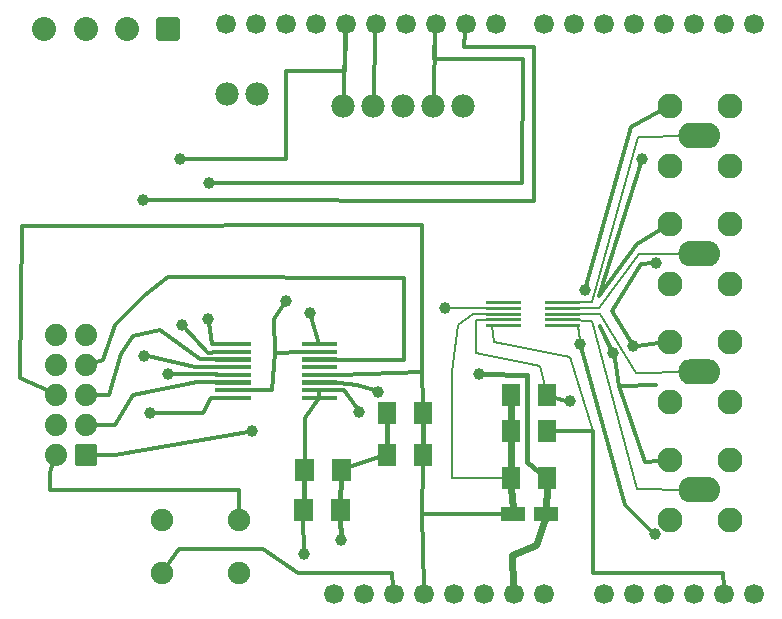
<source format=gtl>
G04 MADE WITH FRITZING*
G04 WWW.FRITZING.ORG*
G04 DOUBLE SIDED*
G04 HOLES PLATED*
G04 CONTOUR ON CENTER OF CONTOUR VECTOR*
%ASAXBY*%
%FSLAX23Y23*%
%MOIN*%
%OFA0B0*%
%SFA1.0B1.0*%
%ADD10C,0.078000*%
%ADD11C,0.039370*%
%ADD12C,0.075000*%
%ADD13C,0.082677*%
%ADD14C,0.083071*%
%ADD15C,0.074000*%
%ADD16C,0.066194*%
%ADD17C,0.066222*%
%ADD18C,0.080000*%
%ADD19R,0.062992X0.074803*%
%ADD20R,0.078740X0.047244*%
%ADD21C,0.012000*%
%ADD22C,0.008000*%
%ADD23C,0.024000*%
%ADD24C,0.016000*%
%ADD25C,0.017000*%
%ADD26C,0.020000*%
%ADD27R,0.001000X0.001000*%
%LNCOPPER1*%
G90*
G70*
G54D10*
X748Y1778D03*
X848Y1778D03*
G54D11*
X1925Y947D03*
X2033Y917D03*
X2100Y939D03*
X1940Y1125D03*
X2132Y1563D03*
X2179Y1215D03*
X2173Y311D03*
X1474Y1067D03*
X1587Y846D03*
X1890Y754D03*
X1126Y293D03*
X1004Y244D03*
X551Y846D03*
X1189Y720D03*
X1024Y1049D03*
X1250Y787D03*
X831Y656D03*
X945Y1089D03*
X492Y715D03*
X471Y907D03*
X467Y1425D03*
X596Y1008D03*
X591Y1561D03*
X684Y1028D03*
X689Y1482D03*
G54D10*
X1535Y1738D03*
X1435Y1738D03*
X1335Y1738D03*
X1235Y1738D03*
X1135Y1738D03*
G54D12*
X787Y183D03*
X532Y183D03*
X787Y360D03*
X532Y360D03*
G54D13*
X2223Y558D03*
G54D14*
X2322Y459D03*
X2223Y359D03*
X2223Y559D03*
X2423Y359D03*
X2423Y559D03*
G54D13*
X2223Y558D03*
G54D14*
X2322Y459D03*
X2223Y359D03*
X2223Y559D03*
X2423Y359D03*
X2423Y559D03*
G54D13*
X2223Y952D03*
G54D14*
X2322Y853D03*
X2223Y752D03*
X2223Y952D03*
X2423Y752D03*
X2423Y952D03*
G54D13*
X2223Y952D03*
G54D14*
X2322Y853D03*
X2223Y752D03*
X2223Y952D03*
X2423Y752D03*
X2423Y952D03*
G54D13*
X2223Y1740D03*
G54D14*
X2322Y1641D03*
X2223Y1540D03*
X2223Y1740D03*
X2423Y1540D03*
X2423Y1740D03*
G54D13*
X2223Y1740D03*
G54D14*
X2322Y1641D03*
X2223Y1540D03*
X2223Y1740D03*
X2423Y1540D03*
X2423Y1740D03*
G54D15*
X176Y577D03*
X176Y677D03*
X176Y777D03*
X176Y877D03*
X176Y977D03*
X276Y577D03*
X276Y677D03*
X276Y777D03*
X276Y877D03*
X276Y977D03*
G54D16*
X2103Y111D03*
X2203Y111D03*
X2303Y111D03*
X2403Y111D03*
X2503Y111D03*
G54D17*
X1643Y2011D03*
X1543Y2011D03*
X1443Y2011D03*
X1343Y2011D03*
X1243Y2011D03*
X1143Y2011D03*
X1043Y2011D03*
X943Y2011D03*
X843Y2011D03*
X743Y2011D03*
X2503Y2011D03*
X2403Y2011D03*
X2303Y2011D03*
X2203Y2011D03*
X2103Y2011D03*
X2003Y2011D03*
X1903Y2011D03*
X1803Y2011D03*
G54D16*
X1203Y111D03*
X1103Y111D03*
X1303Y111D03*
X1403Y111D03*
X1503Y111D03*
X1603Y111D03*
X1703Y111D03*
X1803Y111D03*
X2003Y111D03*
G54D13*
X2223Y1346D03*
G54D14*
X2322Y1247D03*
X2223Y1146D03*
X2223Y1346D03*
X2423Y1146D03*
X2423Y1346D03*
G54D13*
X2223Y1346D03*
G54D14*
X2322Y1247D03*
X2223Y1146D03*
X2223Y1346D03*
X2423Y1146D03*
X2423Y1346D03*
G54D18*
X551Y1994D03*
X413Y1994D03*
X276Y1994D03*
X138Y1994D03*
G54D19*
X1280Y715D03*
X1402Y715D03*
X1280Y577D03*
X1402Y577D03*
X1693Y498D03*
X1815Y498D03*
G54D20*
X1701Y380D03*
X1811Y380D03*
G54D19*
X1693Y774D03*
X1815Y774D03*
X1693Y656D03*
X1815Y656D03*
G54D21*
X1442Y1986D02*
X1436Y1763D01*
D02*
X1236Y1763D02*
X1242Y1986D01*
D02*
X1142Y1986D02*
X1136Y1763D01*
G54D22*
D02*
X1964Y1085D02*
X1920Y1085D01*
D02*
X1964Y1023D02*
X1890Y1025D01*
D02*
X1992Y1046D02*
X1920Y1045D01*
D02*
X2117Y1636D02*
X1964Y1085D01*
D02*
X2112Y850D02*
X1992Y1046D01*
D02*
X2285Y853D02*
X2112Y850D01*
D02*
X2285Y460D02*
X2115Y461D01*
D02*
X2115Y461D02*
X1964Y1023D01*
G54D21*
D02*
X2186Y948D02*
X2114Y940D01*
G54D22*
D02*
X1989Y1067D02*
X1904Y1066D01*
D02*
X2285Y1247D02*
X2120Y1246D01*
D02*
X2120Y1246D02*
X1989Y1067D01*
D02*
X2285Y1640D02*
X2117Y1636D01*
D02*
X1919Y1006D02*
X1866Y1006D01*
G54D21*
D02*
X2114Y1279D02*
X2192Y1327D01*
D02*
X1988Y1106D02*
X2114Y1279D01*
D02*
X2128Y1550D02*
X1988Y1106D01*
D02*
X2093Y1670D02*
X1943Y1138D01*
D02*
X2191Y1722D02*
X2093Y1670D01*
G54D22*
D02*
X1924Y960D02*
X1919Y1006D01*
G54D21*
D02*
X2127Y1211D02*
X2031Y1057D01*
D02*
X2031Y1057D02*
X2094Y951D01*
D02*
X2166Y1214D02*
X2127Y1211D01*
D02*
X2042Y896D02*
X1990Y1006D01*
D02*
X2053Y807D02*
X2179Y810D01*
D02*
X2053Y805D02*
X2042Y896D01*
D02*
X2179Y810D02*
X2053Y805D01*
D02*
X1990Y1006D02*
X2027Y929D01*
D02*
X2142Y552D02*
X2053Y807D01*
D02*
X2186Y555D02*
X2142Y552D01*
G54D23*
D02*
X1700Y398D02*
X1695Y466D01*
G54D21*
D02*
X1403Y136D02*
X1398Y380D01*
D02*
X1398Y380D02*
X1667Y380D01*
D02*
X2074Y408D02*
X1929Y934D01*
D02*
X2164Y320D02*
X2074Y408D01*
G54D23*
D02*
X1812Y398D02*
X1814Y466D01*
D02*
X1779Y277D02*
X1698Y243D01*
D02*
X1698Y243D02*
X1702Y141D01*
D02*
X1806Y362D02*
X1779Y277D01*
G54D22*
D02*
X1968Y655D02*
X1952Y651D01*
G54D21*
D02*
X1968Y655D02*
X1969Y656D01*
G54D22*
D02*
X1516Y1010D02*
X1496Y852D01*
G54D21*
D02*
X1969Y656D02*
X1969Y183D01*
D02*
X2402Y183D02*
X2403Y136D01*
D02*
X1969Y183D02*
X2402Y183D01*
D02*
X1841Y655D02*
X1968Y655D01*
G54D22*
D02*
X1952Y651D02*
X1841Y655D01*
D02*
X1638Y952D02*
X1890Y903D01*
D02*
X1632Y1006D02*
X1638Y952D01*
D02*
X1579Y914D02*
X1792Y872D01*
D02*
X1669Y1006D02*
X1632Y1006D01*
D02*
X1890Y903D02*
X1968Y655D01*
D02*
X1579Y1026D02*
X1579Y914D01*
D02*
X1496Y498D02*
X1667Y498D01*
D02*
X1496Y852D02*
X1496Y498D01*
D02*
X1566Y1047D02*
X1516Y1010D01*
D02*
X1636Y1046D02*
X1566Y1047D01*
G54D23*
D02*
X1693Y624D02*
X1693Y530D01*
D02*
X1693Y687D02*
X1693Y742D01*
G54D22*
D02*
X1583Y1067D02*
X1488Y1067D01*
G54D24*
D02*
X1747Y842D02*
X1749Y553D01*
D02*
X1600Y846D02*
X1747Y842D01*
G54D22*
D02*
X1616Y1026D02*
X1579Y1026D01*
D02*
X1792Y872D02*
X1808Y805D01*
D02*
X1642Y1066D02*
X1583Y1067D01*
G54D24*
D02*
X1749Y553D02*
X1789Y520D01*
G54D21*
D02*
X1009Y700D02*
X1007Y557D01*
D02*
X1054Y764D02*
X1009Y700D01*
G54D24*
D02*
X1003Y424D02*
X1005Y494D01*
D02*
X1125Y424D02*
X1127Y494D01*
G54D21*
D02*
X1004Y258D02*
X1002Y360D01*
G54D24*
D02*
X1126Y307D02*
X1125Y360D01*
G54D21*
D02*
X1841Y767D02*
X1877Y757D01*
G54D24*
D02*
X1280Y609D02*
X1280Y683D01*
D02*
X1402Y609D02*
X1402Y683D01*
G54D21*
D02*
X1139Y791D02*
X1181Y731D01*
D02*
X565Y846D02*
X714Y844D01*
D02*
X1109Y791D02*
X1139Y791D01*
D02*
X1055Y790D02*
X1055Y767D01*
D02*
X1130Y892D02*
X1109Y892D01*
D02*
X1339Y1167D02*
X1339Y892D01*
D02*
X1339Y892D02*
X1130Y892D01*
D02*
X375Y1009D02*
X473Y1108D01*
D02*
X335Y892D02*
X375Y1009D01*
D02*
X473Y1108D02*
X551Y1168D01*
D02*
X300Y883D02*
X335Y892D01*
D02*
X551Y1168D02*
X1339Y1167D01*
D02*
X657Y896D02*
X714Y895D01*
D02*
X433Y971D02*
X524Y992D01*
D02*
X354Y774D02*
X394Y911D01*
D02*
X394Y911D02*
X433Y971D01*
D02*
X301Y776D02*
X354Y774D01*
D02*
X524Y992D02*
X657Y896D01*
D02*
X1398Y852D02*
X1401Y746D01*
D02*
X1398Y380D02*
X1401Y545D01*
D02*
X906Y916D02*
X1002Y918D01*
D02*
X898Y793D02*
X906Y916D01*
D02*
X821Y792D02*
X898Y793D01*
D02*
X1028Y1036D02*
X1055Y946D01*
D02*
X1122Y843D02*
X1398Y852D01*
D02*
X1122Y817D02*
X1109Y817D01*
D02*
X1398Y853D02*
X1401Y746D01*
D02*
X904Y1030D02*
X937Y1078D01*
D02*
X906Y916D02*
X904Y1030D01*
D02*
X1254Y568D02*
X1154Y534D01*
D02*
X375Y577D02*
X818Y653D01*
D02*
X1182Y810D02*
X1122Y817D01*
D02*
X301Y577D02*
X375Y577D01*
D02*
X1237Y792D02*
X1182Y810D01*
D02*
X59Y833D02*
X64Y1339D01*
D02*
X64Y1339D02*
X1399Y1343D01*
D02*
X1399Y1343D02*
X1398Y853D01*
D02*
X153Y788D02*
X59Y833D01*
D02*
X1109Y843D02*
X1122Y843D01*
D02*
X693Y766D02*
X714Y766D01*
D02*
X669Y714D02*
X693Y766D01*
D02*
X1142Y1856D02*
X945Y1856D01*
D02*
X945Y1856D02*
X945Y1561D01*
D02*
X1772Y1934D02*
X1772Y1423D01*
D02*
X1536Y1934D02*
X1772Y1934D01*
D02*
X945Y1561D02*
X604Y1561D01*
D02*
X698Y945D02*
X714Y945D01*
D02*
X683Y917D02*
X714Y918D01*
D02*
X1143Y1986D02*
X1142Y1856D01*
D02*
X606Y998D02*
X683Y917D01*
D02*
X1772Y1423D02*
X480Y1425D01*
D02*
X640Y870D02*
X714Y869D01*
D02*
X1541Y1986D02*
X1536Y1934D01*
D02*
X484Y904D02*
X640Y870D01*
D02*
X647Y819D02*
X714Y818D01*
D02*
X375Y676D02*
X433Y774D01*
D02*
X301Y677D02*
X375Y676D01*
D02*
X433Y774D02*
X647Y819D01*
D02*
X506Y715D02*
X669Y714D01*
D02*
X983Y182D02*
X868Y262D01*
D02*
X868Y262D02*
X589Y262D01*
D02*
X1299Y183D02*
X983Y182D01*
D02*
X589Y262D02*
X545Y202D01*
D02*
X1302Y136D02*
X1299Y183D01*
D02*
X157Y517D02*
X158Y458D01*
D02*
X158Y458D02*
X788Y458D01*
D02*
X788Y458D02*
X788Y383D01*
D02*
X168Y552D02*
X157Y517D01*
D02*
X1733Y1895D02*
X1732Y1482D01*
D02*
X1437Y1895D02*
X1733Y1895D01*
D02*
X1732Y1482D02*
X702Y1482D01*
D02*
X687Y1014D02*
X698Y945D01*
D02*
X1442Y1986D02*
X1437Y1895D01*
G54D25*
X247Y548D02*
X247Y605D01*
X304Y605D01*
X304Y548D01*
X247Y548D01*
D02*
G36*
X1807Y1011D02*
X1925Y1011D01*
X1925Y1001D01*
X1807Y1001D01*
X1807Y1011D01*
G37*
D02*
G36*
X1807Y1031D02*
X1925Y1031D01*
X1925Y1021D01*
X1807Y1021D01*
X1807Y1031D01*
G37*
D02*
G36*
X1807Y1050D02*
X1925Y1050D01*
X1925Y1040D01*
X1807Y1040D01*
X1807Y1050D01*
G37*
D02*
G36*
X1807Y1070D02*
X1925Y1070D01*
X1925Y1060D01*
X1807Y1060D01*
X1807Y1070D01*
G37*
D02*
G36*
X1807Y1090D02*
X1925Y1090D01*
X1925Y1080D01*
X1807Y1080D01*
X1807Y1090D01*
G37*
D02*
G36*
X1610Y1090D02*
X1728Y1090D01*
X1728Y1080D01*
X1610Y1080D01*
X1610Y1090D01*
G37*
D02*
G36*
X1610Y1070D02*
X1728Y1070D01*
X1728Y1060D01*
X1610Y1060D01*
X1610Y1070D01*
G37*
D02*
G36*
X1610Y1050D02*
X1728Y1050D01*
X1728Y1040D01*
X1610Y1040D01*
X1610Y1050D01*
G37*
D02*
G36*
X1610Y1031D02*
X1728Y1031D01*
X1728Y1021D01*
X1610Y1021D01*
X1610Y1031D01*
G37*
D02*
G36*
X1610Y1011D02*
X1728Y1011D01*
X1728Y1001D01*
X1610Y1001D01*
X1610Y1011D01*
G37*
D02*
G36*
X996Y773D02*
X1114Y773D01*
X1114Y759D01*
X996Y759D01*
X996Y773D01*
G37*
D02*
G36*
X996Y798D02*
X1114Y798D01*
X1114Y784D01*
X996Y784D01*
X996Y798D01*
G37*
D02*
G36*
X996Y824D02*
X1114Y824D01*
X1114Y810D01*
X996Y810D01*
X996Y824D01*
G37*
D02*
G36*
X996Y849D02*
X1114Y849D01*
X1114Y836D01*
X996Y836D01*
X996Y849D01*
G37*
D02*
G36*
X996Y875D02*
X1114Y875D01*
X1114Y861D01*
X996Y861D01*
X996Y875D01*
G37*
D02*
G36*
X996Y901D02*
X1114Y901D01*
X1114Y887D01*
X996Y887D01*
X996Y901D01*
G37*
D02*
G36*
X996Y926D02*
X1114Y926D01*
X1114Y912D01*
X996Y912D01*
X996Y926D01*
G37*
D02*
G36*
X996Y952D02*
X1114Y952D01*
X1114Y938D01*
X996Y938D01*
X996Y952D01*
G37*
D02*
G36*
X709Y952D02*
X827Y952D01*
X827Y938D01*
X709Y938D01*
X709Y952D01*
G37*
D02*
G36*
X709Y926D02*
X827Y926D01*
X827Y912D01*
X709Y912D01*
X709Y926D01*
G37*
D02*
G36*
X709Y901D02*
X827Y901D01*
X827Y887D01*
X709Y887D01*
X709Y901D01*
G37*
D02*
G36*
X709Y875D02*
X827Y875D01*
X827Y861D01*
X709Y861D01*
X709Y875D01*
G37*
D02*
G36*
X709Y849D02*
X827Y849D01*
X827Y836D01*
X709Y836D01*
X709Y849D01*
G37*
D02*
G36*
X709Y824D02*
X827Y824D01*
X827Y810D01*
X709Y810D01*
X709Y824D01*
G37*
D02*
G36*
X709Y798D02*
X827Y798D01*
X827Y784D01*
X709Y784D01*
X709Y798D01*
G37*
D02*
G36*
X709Y773D02*
X827Y773D01*
X827Y759D01*
X709Y759D01*
X709Y773D01*
G37*
D02*
G36*
X1093Y354D02*
X1093Y429D01*
X1156Y429D01*
X1156Y354D01*
X1093Y354D01*
G37*
D02*
G36*
X971Y354D02*
X971Y429D01*
X1034Y429D01*
X1034Y354D01*
X971Y354D01*
G37*
D02*
G36*
X1097Y488D02*
X1097Y563D01*
X1160Y563D01*
X1160Y488D01*
X1097Y488D01*
G37*
D02*
G36*
X974Y488D02*
X974Y563D01*
X1037Y563D01*
X1037Y488D01*
X974Y488D01*
G37*
D02*
G54D26*
X581Y1964D02*
X521Y1964D01*
X521Y2024D01*
X581Y2024D01*
X581Y1964D01*
D02*
G54D27*
X2284Y1681D02*
X2359Y1681D01*
X2279Y1680D02*
X2364Y1680D01*
X2277Y1679D02*
X2367Y1679D01*
X2274Y1678D02*
X2369Y1678D01*
X2273Y1677D02*
X2371Y1677D01*
X2271Y1676D02*
X2372Y1676D01*
X2270Y1675D02*
X2374Y1675D01*
X2268Y1674D02*
X2375Y1674D01*
X2267Y1673D02*
X2376Y1673D01*
X2266Y1672D02*
X2377Y1672D01*
X2265Y1671D02*
X2378Y1671D01*
X2264Y1670D02*
X2379Y1670D01*
X2263Y1669D02*
X2380Y1669D01*
X2262Y1668D02*
X2381Y1668D01*
X2262Y1667D02*
X2382Y1667D01*
X2261Y1666D02*
X2382Y1666D01*
X2260Y1665D02*
X2319Y1665D01*
X2325Y1665D02*
X2383Y1665D01*
X2260Y1664D02*
X2315Y1664D01*
X2328Y1664D02*
X2384Y1664D01*
X2259Y1663D02*
X2313Y1663D01*
X2331Y1663D02*
X2384Y1663D01*
X2259Y1662D02*
X2311Y1662D01*
X2332Y1662D02*
X2385Y1662D01*
X2258Y1661D02*
X2310Y1661D01*
X2334Y1661D02*
X2385Y1661D01*
X2258Y1660D02*
X2308Y1660D01*
X2335Y1660D02*
X2386Y1660D01*
X2257Y1659D02*
X2307Y1659D01*
X2336Y1659D02*
X2386Y1659D01*
X2257Y1658D02*
X2306Y1658D01*
X2337Y1658D02*
X2386Y1658D01*
X2256Y1657D02*
X2306Y1657D01*
X2338Y1657D02*
X2387Y1657D01*
X2256Y1656D02*
X2305Y1656D01*
X2338Y1656D02*
X2387Y1656D01*
X2256Y1655D02*
X2304Y1655D01*
X2339Y1655D02*
X2388Y1655D01*
X2255Y1654D02*
X2304Y1654D01*
X2340Y1654D02*
X2388Y1654D01*
X2255Y1653D02*
X2303Y1653D01*
X2340Y1653D02*
X2388Y1653D01*
X2255Y1652D02*
X2303Y1652D01*
X2340Y1652D02*
X2388Y1652D01*
X2255Y1651D02*
X2302Y1651D01*
X2341Y1651D02*
X2389Y1651D01*
X2254Y1650D02*
X2302Y1650D01*
X2341Y1650D02*
X2389Y1650D01*
X2254Y1649D02*
X2302Y1649D01*
X2342Y1649D02*
X2389Y1649D01*
X2254Y1648D02*
X2301Y1648D01*
X2342Y1648D02*
X2389Y1648D01*
X2254Y1647D02*
X2301Y1647D01*
X2342Y1647D02*
X2389Y1647D01*
X2254Y1646D02*
X2301Y1646D01*
X2342Y1646D02*
X2390Y1646D01*
X2254Y1645D02*
X2300Y1645D01*
X2343Y1645D02*
X2390Y1645D01*
X2253Y1644D02*
X2300Y1644D01*
X2343Y1644D02*
X2390Y1644D01*
X2253Y1643D02*
X2300Y1643D01*
X2343Y1643D02*
X2390Y1643D01*
X2253Y1642D02*
X2300Y1642D01*
X2343Y1642D02*
X2390Y1642D01*
X2253Y1641D02*
X2300Y1641D01*
X2343Y1641D02*
X2390Y1641D01*
X2253Y1640D02*
X2300Y1640D01*
X2343Y1640D02*
X2390Y1640D01*
X2253Y1639D02*
X2300Y1639D01*
X2343Y1639D02*
X2390Y1639D01*
X2253Y1638D02*
X2300Y1638D01*
X2343Y1638D02*
X2390Y1638D01*
X2253Y1637D02*
X2300Y1637D01*
X2343Y1637D02*
X2390Y1637D01*
X2253Y1636D02*
X2300Y1636D01*
X2343Y1636D02*
X2390Y1636D01*
X2254Y1635D02*
X2300Y1635D01*
X2343Y1635D02*
X2390Y1635D01*
X2254Y1634D02*
X2301Y1634D01*
X2343Y1634D02*
X2390Y1634D01*
X2254Y1633D02*
X2301Y1633D01*
X2342Y1633D02*
X2389Y1633D01*
X2254Y1632D02*
X2301Y1632D01*
X2342Y1632D02*
X2389Y1632D01*
X2254Y1631D02*
X2301Y1631D01*
X2342Y1631D02*
X2389Y1631D01*
X2254Y1630D02*
X2302Y1630D01*
X2341Y1630D02*
X2389Y1630D01*
X2254Y1629D02*
X2302Y1629D01*
X2341Y1629D02*
X2389Y1629D01*
X2255Y1628D02*
X2303Y1628D01*
X2341Y1628D02*
X2389Y1628D01*
X2255Y1627D02*
X2303Y1627D01*
X2340Y1627D02*
X2388Y1627D01*
X2255Y1626D02*
X2304Y1626D01*
X2340Y1626D02*
X2388Y1626D01*
X2256Y1625D02*
X2304Y1625D01*
X2339Y1625D02*
X2388Y1625D01*
X2256Y1624D02*
X2305Y1624D01*
X2338Y1624D02*
X2387Y1624D01*
X2256Y1623D02*
X2306Y1623D01*
X2338Y1623D02*
X2387Y1623D01*
X2257Y1622D02*
X2306Y1622D01*
X2337Y1622D02*
X2387Y1622D01*
X2257Y1621D02*
X2307Y1621D01*
X2336Y1621D02*
X2386Y1621D01*
X2258Y1620D02*
X2308Y1620D01*
X2335Y1620D02*
X2386Y1620D01*
X2258Y1619D02*
X2309Y1619D01*
X2334Y1619D02*
X2385Y1619D01*
X2259Y1618D02*
X2311Y1618D01*
X2332Y1618D02*
X2385Y1618D01*
X2259Y1617D02*
X2312Y1617D01*
X2331Y1617D02*
X2384Y1617D01*
X2260Y1616D02*
X2314Y1616D01*
X2329Y1616D02*
X2384Y1616D01*
X2260Y1615D02*
X2318Y1615D01*
X2325Y1615D02*
X2383Y1615D01*
X2261Y1614D02*
X2382Y1614D01*
X2262Y1613D02*
X2382Y1613D01*
X2262Y1612D02*
X2381Y1612D01*
X2263Y1611D02*
X2380Y1611D01*
X2264Y1610D02*
X2379Y1610D01*
X2265Y1609D02*
X2378Y1609D01*
X2266Y1608D02*
X2377Y1608D01*
X2267Y1607D02*
X2376Y1607D01*
X2268Y1606D02*
X2375Y1606D01*
X2269Y1605D02*
X2374Y1605D01*
X2271Y1604D02*
X2373Y1604D01*
X2272Y1603D02*
X2371Y1603D01*
X2274Y1602D02*
X2369Y1602D01*
X2276Y1601D02*
X2367Y1601D01*
X2279Y1600D02*
X2364Y1600D01*
X2283Y1599D02*
X2360Y1599D01*
X2282Y1287D02*
X2361Y1287D01*
X2278Y1286D02*
X2365Y1286D01*
X2276Y1285D02*
X2368Y1285D01*
X2274Y1284D02*
X2370Y1284D01*
X2272Y1283D02*
X2371Y1283D01*
X2270Y1282D02*
X2373Y1282D01*
X2269Y1281D02*
X2374Y1281D01*
X2268Y1280D02*
X2375Y1280D01*
X2267Y1279D02*
X2377Y1279D01*
X2266Y1278D02*
X2378Y1278D01*
X2265Y1277D02*
X2379Y1277D01*
X2264Y1276D02*
X2379Y1276D01*
X2263Y1275D02*
X2380Y1275D01*
X2262Y1274D02*
X2381Y1274D01*
X2261Y1273D02*
X2382Y1273D01*
X2261Y1272D02*
X2382Y1272D01*
X2260Y1271D02*
X2317Y1271D01*
X2327Y1271D02*
X2383Y1271D01*
X2259Y1270D02*
X2314Y1270D01*
X2329Y1270D02*
X2384Y1270D01*
X2259Y1269D02*
X2312Y1269D01*
X2331Y1269D02*
X2384Y1269D01*
X2258Y1268D02*
X2310Y1268D01*
X2333Y1268D02*
X2385Y1268D01*
X2258Y1267D02*
X2309Y1267D01*
X2334Y1267D02*
X2385Y1267D01*
X2257Y1266D02*
X2308Y1266D01*
X2335Y1266D02*
X2386Y1266D01*
X2257Y1265D02*
X2307Y1265D01*
X2336Y1265D02*
X2386Y1265D01*
X2257Y1264D02*
X2306Y1264D01*
X2337Y1264D02*
X2387Y1264D01*
X2256Y1263D02*
X2305Y1263D01*
X2338Y1263D02*
X2387Y1263D01*
X2256Y1262D02*
X2305Y1262D01*
X2338Y1262D02*
X2387Y1262D01*
X2256Y1261D02*
X2304Y1261D01*
X2339Y1261D02*
X2388Y1261D01*
X2255Y1260D02*
X2303Y1260D01*
X2340Y1260D02*
X2388Y1260D01*
X2255Y1259D02*
X2303Y1259D01*
X2340Y1259D02*
X2388Y1259D01*
X2255Y1258D02*
X2303Y1258D01*
X2341Y1258D02*
X2389Y1258D01*
X2254Y1257D02*
X2302Y1257D01*
X2341Y1257D02*
X2389Y1257D01*
X2254Y1256D02*
X2302Y1256D01*
X2342Y1256D02*
X2389Y1256D01*
X2254Y1255D02*
X2301Y1255D01*
X2342Y1255D02*
X2389Y1255D01*
X2254Y1254D02*
X2301Y1254D01*
X2342Y1254D02*
X2389Y1254D01*
X2254Y1253D02*
X2301Y1253D01*
X2342Y1253D02*
X2389Y1253D01*
X2254Y1252D02*
X2301Y1252D01*
X2343Y1252D02*
X2390Y1252D01*
X2253Y1251D02*
X2300Y1251D01*
X2343Y1251D02*
X2390Y1251D01*
X2253Y1250D02*
X2300Y1250D01*
X2343Y1250D02*
X2390Y1250D01*
X2253Y1249D02*
X2300Y1249D01*
X2343Y1249D02*
X2390Y1249D01*
X2253Y1248D02*
X2300Y1248D01*
X2343Y1248D02*
X2390Y1248D01*
X2253Y1247D02*
X2300Y1247D01*
X2343Y1247D02*
X2390Y1247D01*
X2253Y1246D02*
X2300Y1246D01*
X2343Y1246D02*
X2390Y1246D01*
X2253Y1245D02*
X2300Y1245D01*
X2343Y1245D02*
X2390Y1245D01*
X2253Y1244D02*
X2300Y1244D01*
X2343Y1244D02*
X2390Y1244D01*
X2253Y1243D02*
X2300Y1243D01*
X2343Y1243D02*
X2390Y1243D01*
X2253Y1242D02*
X2300Y1242D01*
X2343Y1242D02*
X2390Y1242D01*
X2254Y1241D02*
X2301Y1241D01*
X2343Y1241D02*
X2390Y1241D01*
X2254Y1240D02*
X2301Y1240D01*
X2342Y1240D02*
X2390Y1240D01*
X2254Y1239D02*
X2301Y1239D01*
X2342Y1239D02*
X2389Y1239D01*
X2254Y1238D02*
X2301Y1238D01*
X2342Y1238D02*
X2389Y1238D01*
X2254Y1237D02*
X2302Y1237D01*
X2342Y1237D02*
X2389Y1237D01*
X2254Y1236D02*
X2302Y1236D01*
X2341Y1236D02*
X2389Y1236D01*
X2255Y1235D02*
X2302Y1235D01*
X2341Y1235D02*
X2389Y1235D01*
X2255Y1234D02*
X2303Y1234D01*
X2340Y1234D02*
X2388Y1234D01*
X2255Y1233D02*
X2303Y1233D01*
X2340Y1233D02*
X2388Y1233D01*
X2255Y1232D02*
X2304Y1232D01*
X2339Y1232D02*
X2388Y1232D01*
X2256Y1231D02*
X2304Y1231D01*
X2339Y1231D02*
X2388Y1231D01*
X2256Y1230D02*
X2305Y1230D01*
X2338Y1230D02*
X2387Y1230D01*
X2256Y1229D02*
X2306Y1229D01*
X2337Y1229D02*
X2387Y1229D01*
X2257Y1228D02*
X2307Y1228D01*
X2337Y1228D02*
X2386Y1228D01*
X2257Y1227D02*
X2308Y1227D01*
X2336Y1227D02*
X2386Y1227D01*
X2258Y1226D02*
X2309Y1226D01*
X2335Y1226D02*
X2386Y1226D01*
X2258Y1225D02*
X2310Y1225D01*
X2333Y1225D02*
X2385Y1225D01*
X2259Y1224D02*
X2311Y1224D01*
X2332Y1224D02*
X2385Y1224D01*
X2259Y1223D02*
X2313Y1223D01*
X2330Y1223D02*
X2384Y1223D01*
X2260Y1222D02*
X2315Y1222D01*
X2328Y1222D02*
X2383Y1222D01*
X2260Y1221D02*
X2383Y1221D01*
X2261Y1220D02*
X2382Y1220D01*
X2262Y1219D02*
X2381Y1219D01*
X2263Y1218D02*
X2381Y1218D01*
X2263Y1217D02*
X2380Y1217D01*
X2264Y1216D02*
X2379Y1216D01*
X2265Y1215D02*
X2378Y1215D01*
X2266Y1214D02*
X2377Y1214D01*
X2267Y1213D02*
X2376Y1213D01*
X2268Y1212D02*
X2375Y1212D01*
X2270Y1211D02*
X2373Y1211D01*
X2271Y1210D02*
X2372Y1210D01*
X2273Y1209D02*
X2370Y1209D01*
X2275Y1208D02*
X2368Y1208D01*
X2277Y1207D02*
X2366Y1207D01*
X2280Y1206D02*
X2363Y1206D01*
X2287Y1205D02*
X2356Y1205D01*
X2287Y894D02*
X2356Y894D01*
X2280Y893D02*
X2363Y893D01*
X2277Y892D02*
X2366Y892D01*
X2275Y891D02*
X2368Y891D01*
X2273Y890D02*
X2370Y890D01*
X2271Y889D02*
X2372Y889D01*
X2270Y888D02*
X2373Y888D01*
X2268Y887D02*
X2375Y887D01*
X2267Y886D02*
X2376Y886D01*
X2266Y885D02*
X2377Y885D01*
X2265Y884D02*
X2378Y884D01*
X2264Y883D02*
X2379Y883D01*
X2263Y882D02*
X2380Y882D01*
X2263Y881D02*
X2381Y881D01*
X2262Y880D02*
X2381Y880D01*
X2261Y879D02*
X2382Y879D01*
X2260Y878D02*
X2383Y878D01*
X2260Y877D02*
X2315Y877D01*
X2328Y877D02*
X2383Y877D01*
X2259Y876D02*
X2313Y876D01*
X2330Y876D02*
X2384Y876D01*
X2259Y875D02*
X2311Y875D01*
X2332Y875D02*
X2385Y875D01*
X2258Y874D02*
X2310Y874D01*
X2333Y874D02*
X2385Y874D01*
X2258Y873D02*
X2309Y873D01*
X2335Y873D02*
X2386Y873D01*
X2257Y872D02*
X2308Y872D01*
X2336Y872D02*
X2386Y872D01*
X2257Y871D02*
X2307Y871D01*
X2337Y871D02*
X2386Y871D01*
X2256Y870D02*
X2306Y870D01*
X2337Y870D02*
X2387Y870D01*
X2256Y869D02*
X2305Y869D01*
X2338Y869D02*
X2387Y869D01*
X2256Y868D02*
X2304Y868D01*
X2339Y868D02*
X2388Y868D01*
X2255Y867D02*
X2304Y867D01*
X2339Y867D02*
X2388Y867D01*
X2255Y866D02*
X2303Y866D01*
X2340Y866D02*
X2388Y866D01*
X2255Y865D02*
X2303Y865D01*
X2340Y865D02*
X2388Y865D01*
X2255Y864D02*
X2302Y864D01*
X2341Y864D02*
X2389Y864D01*
X2254Y863D02*
X2302Y863D01*
X2341Y863D02*
X2389Y863D01*
X2254Y862D02*
X2302Y862D01*
X2342Y862D02*
X2389Y862D01*
X2254Y861D02*
X2301Y861D01*
X2342Y861D02*
X2389Y861D01*
X2254Y860D02*
X2301Y860D01*
X2342Y860D02*
X2389Y860D01*
X2254Y859D02*
X2301Y859D01*
X2342Y859D02*
X2390Y859D01*
X2254Y858D02*
X2301Y858D01*
X2343Y858D02*
X2390Y858D01*
X2253Y857D02*
X2300Y857D01*
X2343Y857D02*
X2390Y857D01*
X2253Y856D02*
X2300Y856D01*
X2343Y856D02*
X2390Y856D01*
X2253Y855D02*
X2300Y855D01*
X2343Y855D02*
X2390Y855D01*
X2253Y854D02*
X2300Y854D01*
X2343Y854D02*
X2390Y854D01*
X2253Y853D02*
X2300Y853D01*
X2343Y853D02*
X2390Y853D01*
X2253Y852D02*
X2300Y852D01*
X2343Y852D02*
X2390Y852D01*
X2253Y851D02*
X2300Y851D01*
X2343Y851D02*
X2390Y851D01*
X2253Y850D02*
X2300Y850D01*
X2343Y850D02*
X2390Y850D01*
X2253Y849D02*
X2300Y849D01*
X2343Y849D02*
X2390Y849D01*
X2253Y848D02*
X2300Y848D01*
X2343Y848D02*
X2390Y848D01*
X2254Y847D02*
X2301Y847D01*
X2343Y847D02*
X2390Y847D01*
X2254Y846D02*
X2301Y846D01*
X2342Y846D02*
X2389Y846D01*
X2254Y845D02*
X2301Y845D01*
X2342Y845D02*
X2389Y845D01*
X2254Y844D02*
X2301Y844D01*
X2342Y844D02*
X2389Y844D01*
X2254Y843D02*
X2302Y843D01*
X2342Y843D02*
X2389Y843D01*
X2254Y842D02*
X2302Y842D01*
X2341Y842D02*
X2389Y842D01*
X2255Y841D02*
X2303Y841D01*
X2341Y841D02*
X2389Y841D01*
X2255Y840D02*
X2303Y840D01*
X2340Y840D02*
X2388Y840D01*
X2255Y839D02*
X2303Y839D01*
X2340Y839D02*
X2388Y839D01*
X2256Y838D02*
X2304Y838D01*
X2339Y838D02*
X2388Y838D01*
X2256Y837D02*
X2305Y837D01*
X2339Y837D02*
X2387Y837D01*
X2256Y836D02*
X2305Y836D01*
X2338Y836D02*
X2387Y836D01*
X2257Y835D02*
X2306Y835D01*
X2337Y835D02*
X2387Y835D01*
X2257Y834D02*
X2307Y834D01*
X2336Y834D02*
X2386Y834D01*
X2257Y833D02*
X2308Y833D01*
X2335Y833D02*
X2386Y833D01*
X2258Y832D02*
X2309Y832D01*
X2334Y832D02*
X2385Y832D01*
X2258Y831D02*
X2310Y831D01*
X2333Y831D02*
X2385Y831D01*
X2259Y830D02*
X2312Y830D01*
X2331Y830D02*
X2384Y830D01*
X2259Y829D02*
X2314Y829D01*
X2329Y829D02*
X2384Y829D01*
X2260Y828D02*
X2317Y828D01*
X2327Y828D02*
X2383Y828D01*
X2261Y827D02*
X2383Y827D01*
X2261Y826D02*
X2382Y826D01*
X2262Y825D02*
X2381Y825D01*
X2263Y824D02*
X2380Y824D01*
X2264Y823D02*
X2379Y823D01*
X2265Y822D02*
X2379Y822D01*
X2266Y821D02*
X2378Y821D01*
X2267Y820D02*
X2377Y820D01*
X2268Y819D02*
X2375Y819D01*
X2269Y818D02*
X2374Y818D01*
X2270Y817D02*
X2373Y817D01*
X2272Y816D02*
X2371Y816D01*
X2274Y815D02*
X2370Y815D01*
X2276Y814D02*
X2368Y814D01*
X2278Y813D02*
X2365Y813D01*
X2282Y812D02*
X2361Y812D01*
X2283Y500D02*
X2360Y500D01*
X2279Y499D02*
X2364Y499D01*
X2276Y498D02*
X2367Y498D01*
X2274Y497D02*
X2369Y497D01*
X2272Y496D02*
X2371Y496D01*
X2271Y495D02*
X2373Y495D01*
X2269Y494D02*
X2374Y494D01*
X2268Y493D02*
X2375Y493D01*
X2267Y492D02*
X2376Y492D01*
X2266Y491D02*
X2377Y491D01*
X2265Y490D02*
X2378Y490D01*
X2264Y489D02*
X2379Y489D01*
X2263Y488D02*
X2380Y488D01*
X2262Y487D02*
X2381Y487D01*
X2262Y486D02*
X2382Y486D01*
X2261Y485D02*
X2382Y485D01*
X2260Y484D02*
X2318Y484D01*
X2325Y484D02*
X2383Y484D01*
X2260Y483D02*
X2314Y483D01*
X2329Y483D02*
X2384Y483D01*
X2259Y482D02*
X2312Y482D01*
X2331Y482D02*
X2384Y482D01*
X2259Y481D02*
X2311Y481D01*
X2332Y481D02*
X2385Y481D01*
X2258Y480D02*
X2309Y480D01*
X2334Y480D02*
X2385Y480D01*
X2258Y479D02*
X2308Y479D01*
X2335Y479D02*
X2386Y479D01*
X2257Y478D02*
X2307Y478D01*
X2336Y478D02*
X2386Y478D01*
X2257Y477D02*
X2306Y477D01*
X2337Y477D02*
X2387Y477D01*
X2256Y476D02*
X2306Y476D01*
X2338Y476D02*
X2387Y476D01*
X2256Y475D02*
X2305Y475D01*
X2338Y475D02*
X2387Y475D01*
X2256Y474D02*
X2304Y474D01*
X2339Y474D02*
X2388Y474D01*
X2255Y473D02*
X2304Y473D01*
X2340Y473D02*
X2388Y473D01*
X2255Y472D02*
X2303Y472D01*
X2340Y472D02*
X2388Y472D01*
X2255Y471D02*
X2303Y471D01*
X2341Y471D02*
X2389Y471D01*
X2254Y470D02*
X2302Y470D01*
X2341Y470D02*
X2389Y470D01*
X2254Y469D02*
X2302Y469D01*
X2341Y469D02*
X2389Y469D01*
X2254Y468D02*
X2301Y468D01*
X2342Y468D02*
X2389Y468D01*
X2254Y467D02*
X2301Y467D01*
X2342Y467D02*
X2389Y467D01*
X2254Y466D02*
X2301Y466D01*
X2342Y466D02*
X2389Y466D01*
X2254Y465D02*
X2301Y465D01*
X2343Y465D02*
X2390Y465D01*
X2254Y464D02*
X2300Y464D01*
X2343Y464D02*
X2390Y464D01*
X2253Y463D02*
X2300Y463D01*
X2343Y463D02*
X2390Y463D01*
X2253Y462D02*
X2300Y462D01*
X2343Y462D02*
X2390Y462D01*
X2253Y461D02*
X2300Y461D01*
X2343Y461D02*
X2390Y461D01*
X2253Y460D02*
X2300Y460D01*
X2343Y460D02*
X2390Y460D01*
X2253Y459D02*
X2300Y459D01*
X2343Y459D02*
X2390Y459D01*
X2253Y458D02*
X2300Y458D01*
X2343Y458D02*
X2390Y458D01*
X2253Y457D02*
X2300Y457D01*
X2343Y457D02*
X2390Y457D01*
X2253Y456D02*
X2300Y456D01*
X2343Y456D02*
X2390Y456D01*
X2253Y455D02*
X2300Y455D01*
X2343Y455D02*
X2390Y455D01*
X2254Y454D02*
X2300Y454D01*
X2343Y454D02*
X2390Y454D01*
X2254Y453D02*
X2301Y453D01*
X2342Y453D02*
X2390Y453D01*
X2254Y452D02*
X2301Y452D01*
X2342Y452D02*
X2389Y452D01*
X2254Y451D02*
X2301Y451D01*
X2342Y451D02*
X2389Y451D01*
X2254Y450D02*
X2302Y450D01*
X2342Y450D02*
X2389Y450D01*
X2254Y449D02*
X2302Y449D01*
X2341Y449D02*
X2389Y449D01*
X2255Y448D02*
X2302Y448D01*
X2341Y448D02*
X2389Y448D01*
X2255Y447D02*
X2303Y447D01*
X2341Y447D02*
X2388Y447D01*
X2255Y446D02*
X2303Y446D01*
X2340Y446D02*
X2388Y446D01*
X2255Y445D02*
X2304Y445D01*
X2340Y445D02*
X2388Y445D01*
X2256Y444D02*
X2304Y444D01*
X2339Y444D02*
X2388Y444D01*
X2256Y443D02*
X2305Y443D01*
X2338Y443D02*
X2387Y443D01*
X2256Y442D02*
X2306Y442D01*
X2338Y442D02*
X2387Y442D01*
X2257Y441D02*
X2306Y441D01*
X2337Y441D02*
X2386Y441D01*
X2257Y440D02*
X2307Y440D01*
X2336Y440D02*
X2386Y440D01*
X2258Y439D02*
X2308Y439D01*
X2335Y439D02*
X2386Y439D01*
X2258Y438D02*
X2310Y438D01*
X2334Y438D02*
X2385Y438D01*
X2259Y437D02*
X2311Y437D01*
X2332Y437D02*
X2385Y437D01*
X2259Y436D02*
X2313Y436D01*
X2331Y436D02*
X2384Y436D01*
X2260Y435D02*
X2315Y435D01*
X2328Y435D02*
X2384Y435D01*
X2260Y434D02*
X2319Y434D01*
X2325Y434D02*
X2383Y434D01*
X2261Y433D02*
X2382Y433D01*
X2262Y432D02*
X2382Y432D01*
X2262Y431D02*
X2381Y431D01*
X2263Y430D02*
X2380Y430D01*
X2264Y429D02*
X2379Y429D01*
X2265Y428D02*
X2378Y428D01*
X2266Y427D02*
X2377Y427D01*
X2267Y426D02*
X2376Y426D01*
X2268Y425D02*
X2375Y425D01*
X2270Y424D02*
X2374Y424D01*
X2271Y423D02*
X2372Y423D01*
X2273Y422D02*
X2371Y422D01*
X2274Y421D02*
X2369Y421D01*
X2277Y420D02*
X2367Y420D01*
X2279Y419D02*
X2364Y419D01*
X2284Y418D02*
X2359Y418D01*
D02*
G04 End of Copper1*
M02*
</source>
